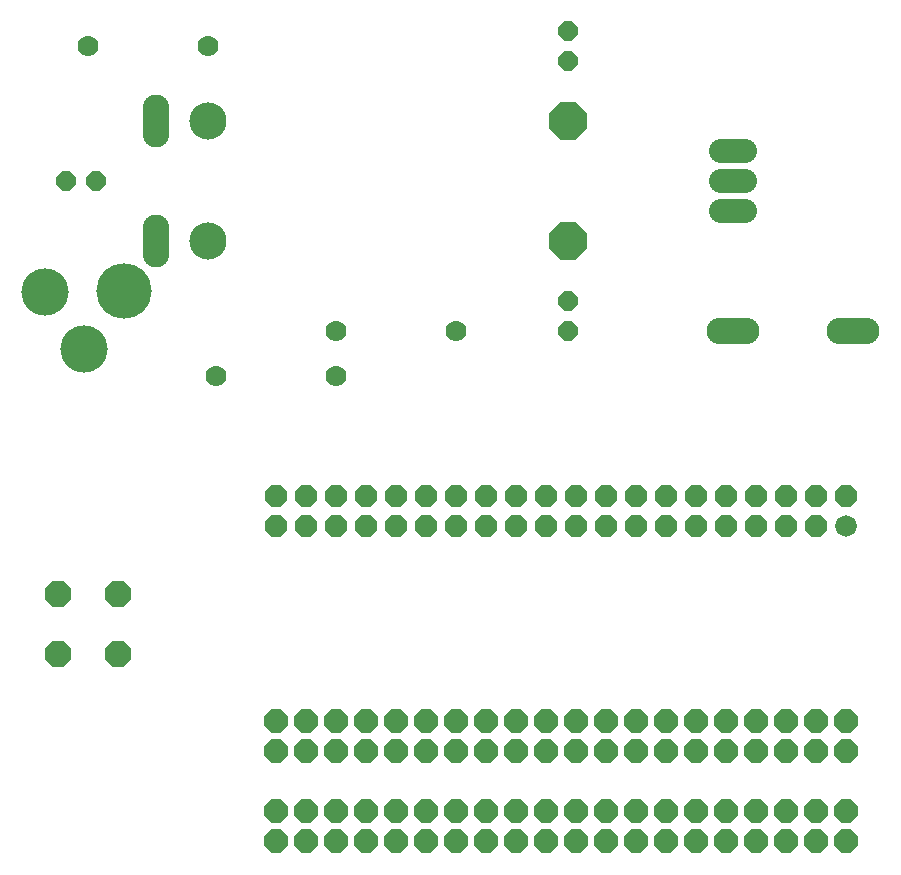
<source format=gbr>
G75*
G70*
%OFA0B0*%
%FSLAX24Y24*%
%IPPOS*%
%LPD*%
%AMOC8*
5,1,8,0,0,1.08239X$1,22.5*
%
%ADD10OC8,0.0880*%
%ADD11OC8,0.0800*%
%ADD12OC8,0.0640*%
%ADD13C,0.1575*%
%ADD14C,0.1850*%
%ADD15C,0.1240*%
%ADD16OC8,0.1240*%
%ADD17C,0.0700*%
%ADD18O,0.0880X0.1760*%
%ADD19O,0.1760X0.0880*%
%ADD20O,0.1600X0.0800*%
%ADD21C,0.0720*%
%ADD22OC8,0.0720*%
D10*
X003544Y010338D03*
X005544Y010338D03*
X005544Y012338D03*
X003544Y012338D03*
D11*
X010794Y004088D03*
X011794Y004088D03*
X012794Y004088D03*
X013794Y004088D03*
X014794Y004088D03*
X015794Y004088D03*
X016794Y004088D03*
X017794Y004088D03*
X018794Y004088D03*
X019794Y004088D03*
X020794Y004088D03*
X021794Y004088D03*
X022794Y004088D03*
X023794Y004088D03*
X024794Y004088D03*
X025794Y004088D03*
X026794Y004088D03*
X027794Y004088D03*
X028794Y004088D03*
X029794Y004088D03*
X029794Y005088D03*
X028794Y005088D03*
X027794Y005088D03*
X026794Y005088D03*
X025794Y005088D03*
X024794Y005088D03*
X023794Y005088D03*
X022794Y005088D03*
X021794Y005088D03*
X020794Y005088D03*
X019794Y005088D03*
X018794Y005088D03*
X017794Y005088D03*
X016794Y005088D03*
X015794Y005088D03*
X014794Y005088D03*
X013794Y005088D03*
X012794Y005088D03*
X011794Y005088D03*
X010794Y005088D03*
X010794Y007088D03*
X011794Y007088D03*
X012794Y007088D03*
X013794Y007088D03*
X014794Y007088D03*
X015794Y007088D03*
X016794Y007088D03*
X017794Y007088D03*
X018794Y007088D03*
X019794Y007088D03*
X020794Y007088D03*
X021794Y007088D03*
X022794Y007088D03*
X023794Y007088D03*
X024794Y007088D03*
X025794Y007088D03*
X026794Y007088D03*
X027794Y007088D03*
X028794Y007088D03*
X029794Y007088D03*
X029794Y008088D03*
X028794Y008088D03*
X027794Y008088D03*
X026794Y008088D03*
X025794Y008088D03*
X024794Y008088D03*
X023794Y008088D03*
X022794Y008088D03*
X021794Y008088D03*
X020794Y008088D03*
X019794Y008088D03*
X018794Y008088D03*
X017794Y008088D03*
X016794Y008088D03*
X015794Y008088D03*
X014794Y008088D03*
X013794Y008088D03*
X012794Y008088D03*
X011794Y008088D03*
X010794Y008088D03*
D12*
X020544Y021088D03*
X020544Y022088D03*
X020544Y030088D03*
X020544Y031088D03*
X004794Y026088D03*
X003794Y026088D03*
D13*
X003109Y022391D03*
X004416Y020502D03*
D14*
X005729Y022431D03*
D15*
X008544Y024088D03*
X008544Y028088D03*
D16*
X020544Y028088D03*
X020544Y024088D03*
D17*
X016794Y021088D03*
X012794Y021088D03*
X012794Y019588D03*
X008794Y019588D03*
X008544Y030588D03*
X004544Y030588D03*
D18*
X006794Y028088D03*
X006794Y024088D03*
D19*
X026044Y021088D03*
X030044Y021088D03*
D20*
X026044Y025088D03*
X026044Y026088D03*
X026044Y027088D03*
D21*
X029794Y014588D03*
D22*
X028794Y014588D03*
X027794Y014588D03*
X026794Y014588D03*
X025794Y014588D03*
X024794Y014588D03*
X023794Y014588D03*
X022794Y014588D03*
X021794Y014588D03*
X020794Y014588D03*
X019794Y014588D03*
X018794Y014588D03*
X017794Y014588D03*
X016794Y014588D03*
X015794Y014588D03*
X014794Y014588D03*
X013794Y014588D03*
X012794Y014588D03*
X011794Y014588D03*
X010794Y014588D03*
X010794Y015588D03*
X011794Y015588D03*
X012794Y015588D03*
X013794Y015588D03*
X014794Y015588D03*
X015794Y015588D03*
X016794Y015588D03*
X017794Y015588D03*
X018794Y015588D03*
X019794Y015588D03*
X020794Y015588D03*
X021794Y015588D03*
X022794Y015588D03*
X023794Y015588D03*
X024794Y015588D03*
X025794Y015588D03*
X026794Y015588D03*
X027794Y015588D03*
X028794Y015588D03*
X029794Y015588D03*
M02*

</source>
